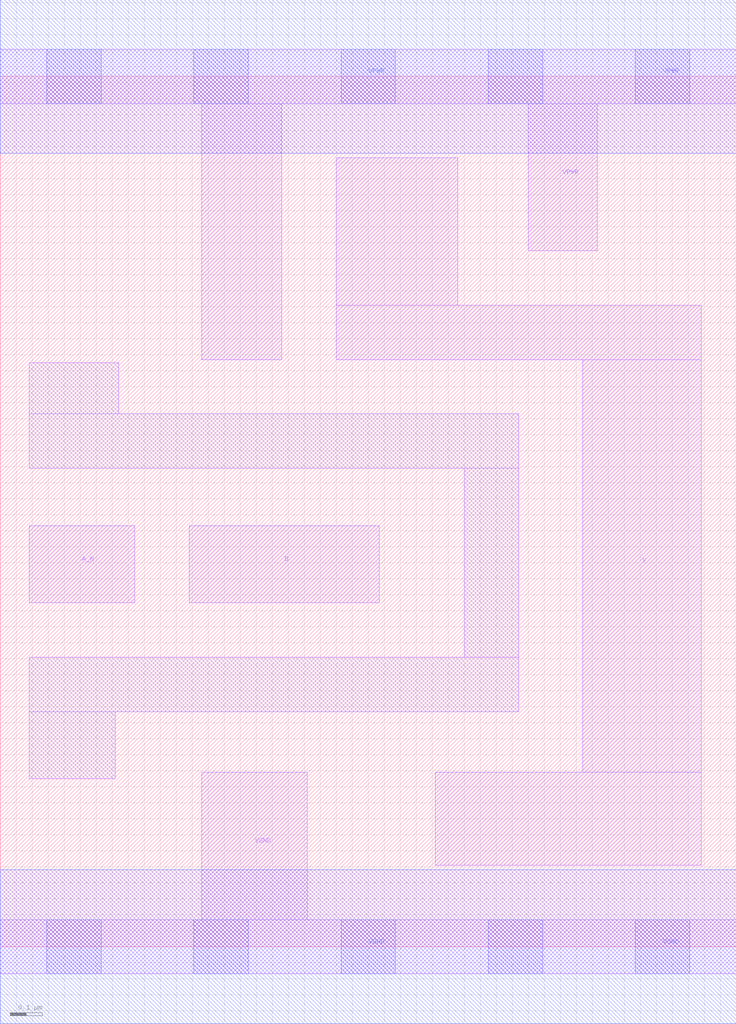
<source format=lef>
# Copyright 2020 The SkyWater PDK Authors
#
# Licensed under the Apache License, Version 2.0 (the "License");
# you may not use this file except in compliance with the License.
# You may obtain a copy of the License at
#
#     https://www.apache.org/licenses/LICENSE-2.0
#
# Unless required by applicable law or agreed to in writing, software
# distributed under the License is distributed on an "AS IS" BASIS,
# WITHOUT WARRANTIES OR CONDITIONS OF ANY KIND, either express or implied.
# See the License for the specific language governing permissions and
# limitations under the License.
#
# SPDX-License-Identifier: Apache-2.0

VERSION 5.7 ;
  NAMESCASESENSITIVE ON ;
  NOWIREEXTENSIONATPIN ON ;
  DIVIDERCHAR "/" ;
  BUSBITCHARS "[]" ;
UNITS
  DATABASE MICRONS 200 ;
END UNITS
PROPERTYDEFINITIONS
  MACRO maskLayoutSubType STRING ;
  MACRO prCellType STRING ;
  MACRO originalViewName STRING ;
END PROPERTYDEFINITIONS
MACRO sky130_fd_sc_hdll__nand2b_1
  CLASS CORE ;
  FOREIGN sky130_fd_sc_hdll__nand2b_1 ;
  ORIGIN  0.000000  0.000000 ;
  SIZE  2.300000 BY  2.720000 ;
  SYMMETRY X Y R90 ;
  SITE unithd ;
  PIN A_N
    ANTENNAGATEAREA  0.138600 ;
    DIRECTION INPUT ;
    USE SIGNAL ;
    PORT
      LAYER li1 ;
        RECT 0.090000 1.075000 0.420000 1.315000 ;
    END
  END A_N
  PIN B
    ANTENNAGATEAREA  0.277500 ;
    DIRECTION INPUT ;
    USE SIGNAL ;
    PORT
      LAYER li1 ;
        RECT 0.590000 1.075000 1.185000 1.315000 ;
    END
  END B
  PIN Y
    ANTENNADIFFAREA  0.491500 ;
    DIRECTION OUTPUT ;
    USE SIGNAL ;
    PORT
      LAYER li1 ;
        RECT 1.050000 1.835000 2.190000 2.005000 ;
        RECT 1.050000 2.005000 1.430000 2.465000 ;
        RECT 1.360000 0.255000 2.190000 0.545000 ;
        RECT 1.820000 0.545000 2.190000 1.835000 ;
    END
  END Y
  PIN VGND
    DIRECTION INOUT ;
    USE GROUND ;
    PORT
      LAYER li1 ;
        RECT 0.000000 -0.085000 2.300000 0.085000 ;
        RECT 0.630000  0.085000 0.960000 0.545000 ;
      LAYER mcon ;
        RECT 0.145000 -0.085000 0.315000 0.085000 ;
        RECT 0.605000 -0.085000 0.775000 0.085000 ;
        RECT 1.065000 -0.085000 1.235000 0.085000 ;
        RECT 1.525000 -0.085000 1.695000 0.085000 ;
        RECT 1.985000 -0.085000 2.155000 0.085000 ;
      LAYER met1 ;
        RECT 0.000000 -0.240000 2.300000 0.240000 ;
    END
  END VGND
  PIN VPWR
    DIRECTION INOUT ;
    USE POWER ;
    PORT
      LAYER li1 ;
        RECT 0.000000 2.635000 2.300000 2.805000 ;
        RECT 0.630000 1.835000 0.880000 2.635000 ;
        RECT 1.650000 2.175000 1.865000 2.635000 ;
      LAYER mcon ;
        RECT 0.145000 2.635000 0.315000 2.805000 ;
        RECT 0.605000 2.635000 0.775000 2.805000 ;
        RECT 1.065000 2.635000 1.235000 2.805000 ;
        RECT 1.525000 2.635000 1.695000 2.805000 ;
        RECT 1.985000 2.635000 2.155000 2.805000 ;
      LAYER met1 ;
        RECT 0.000000 2.480000 2.300000 2.960000 ;
    END
  END VPWR
  OBS
    LAYER li1 ;
      RECT 0.090000 0.525000 0.360000 0.735000 ;
      RECT 0.090000 0.735000 1.620000 0.905000 ;
      RECT 0.090000 1.495000 1.620000 1.665000 ;
      RECT 0.090000 1.665000 0.370000 1.825000 ;
      RECT 1.450000 0.905000 1.620000 1.495000 ;
  END
  PROPERTY maskLayoutSubType "abstract" ;
  PROPERTY prCellType "standard" ;
  PROPERTY originalViewName "layout" ;
END sky130_fd_sc_hdll__nand2b_1

</source>
